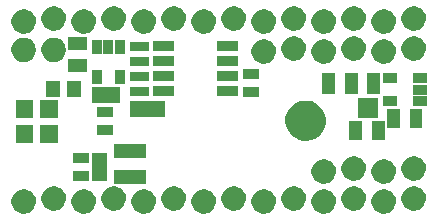
<source format=gbs>
G04 #@! TF.FileFunction,Soldermask,Bot*
%FSLAX46Y46*%
G04 Gerber Fmt 4.6, Leading zero omitted, Abs format (unit mm)*
G04 Created by KiCad (PCBNEW 0.201505121916+5652~23~ubuntu14.04.1-product) date Mon 25 May 2015 21:29:56 BST*
%MOMM*%
G01*
G04 APERTURE LIST*
%ADD10C,0.150000*%
G04 APERTURE END LIST*
D10*
G36*
X41450000Y-51450000D02*
X39950000Y-51450000D01*
X39950000Y-49950000D01*
X41450000Y-49950000D01*
X41450000Y-51450000D01*
X41450000Y-51450000D01*
G37*
G36*
X41450000Y-53550000D02*
X39950000Y-53550000D01*
X39950000Y-52050000D01*
X41450000Y-52050000D01*
X41450000Y-53550000D01*
X41450000Y-53550000D01*
G37*
G36*
X41669844Y-45598042D02*
X41666592Y-45830952D01*
X41666516Y-45831285D01*
X41666516Y-45831298D01*
X41621419Y-46029799D01*
X41538477Y-46216086D01*
X41420935Y-46382714D01*
X41273260Y-46523342D01*
X41101093Y-46632603D01*
X40910977Y-46706344D01*
X40710160Y-46741754D01*
X40506290Y-46737484D01*
X40307125Y-46693694D01*
X40120272Y-46612060D01*
X39952820Y-46495678D01*
X39811169Y-46348994D01*
X39700709Y-46177594D01*
X39625642Y-45987997D01*
X39588831Y-45787426D01*
X39591679Y-45583532D01*
X39634074Y-45384076D01*
X39714406Y-45196648D01*
X39829611Y-45028395D01*
X39975305Y-44885720D01*
X40145933Y-44774064D01*
X40335000Y-44697676D01*
X40535301Y-44659467D01*
X40739214Y-44660891D01*
X40938967Y-44701894D01*
X41126946Y-44780914D01*
X41296001Y-44894942D01*
X41439689Y-45039637D01*
X41552534Y-45209481D01*
X41630239Y-45398008D01*
X41669779Y-45597699D01*
X41669778Y-45597712D01*
X41669844Y-45598042D01*
X41669844Y-45598042D01*
G37*
G36*
X41679844Y-43205042D02*
X41676592Y-43437952D01*
X41676516Y-43438285D01*
X41676516Y-43438298D01*
X41631419Y-43636799D01*
X41548477Y-43823086D01*
X41430935Y-43989714D01*
X41283260Y-44130342D01*
X41111093Y-44239603D01*
X40920977Y-44313344D01*
X40720160Y-44348754D01*
X40516290Y-44344484D01*
X40317125Y-44300694D01*
X40130272Y-44219060D01*
X39962820Y-44102678D01*
X39821169Y-43955994D01*
X39710709Y-43784594D01*
X39635642Y-43594997D01*
X39598831Y-43394426D01*
X39601679Y-43190532D01*
X39644074Y-42991076D01*
X39724406Y-42803648D01*
X39839611Y-42635395D01*
X39985305Y-42492720D01*
X40155933Y-42381064D01*
X40345000Y-42304676D01*
X40545301Y-42266467D01*
X40749214Y-42267891D01*
X40948967Y-42308894D01*
X41136946Y-42387914D01*
X41306001Y-42501942D01*
X41449689Y-42646637D01*
X41562534Y-42816481D01*
X41640239Y-43005008D01*
X41679779Y-43204699D01*
X41679778Y-43204712D01*
X41679844Y-43205042D01*
X41679844Y-43205042D01*
G37*
G36*
X41679844Y-58445042D02*
X41676592Y-58677952D01*
X41676516Y-58678285D01*
X41676516Y-58678298D01*
X41631419Y-58876799D01*
X41548477Y-59063086D01*
X41430935Y-59229714D01*
X41283260Y-59370342D01*
X41111093Y-59479603D01*
X40920977Y-59553344D01*
X40720160Y-59588754D01*
X40516290Y-59584484D01*
X40317125Y-59540694D01*
X40130272Y-59459060D01*
X39962820Y-59342678D01*
X39821169Y-59195994D01*
X39710709Y-59024594D01*
X39635642Y-58834997D01*
X39598831Y-58634426D01*
X39601679Y-58430532D01*
X39644074Y-58231076D01*
X39724406Y-58043648D01*
X39839611Y-57875395D01*
X39985305Y-57732720D01*
X40155933Y-57621064D01*
X40345000Y-57544676D01*
X40545301Y-57506467D01*
X40749214Y-57507891D01*
X40948967Y-57548894D01*
X41136946Y-57627914D01*
X41306001Y-57741942D01*
X41449689Y-57886637D01*
X41562534Y-58056481D01*
X41640239Y-58245008D01*
X41679779Y-58444699D01*
X41679778Y-58444712D01*
X41679844Y-58445042D01*
X41679844Y-58445042D01*
G37*
G36*
X43550000Y-51450000D02*
X42050000Y-51450000D01*
X42050000Y-49950000D01*
X43550000Y-49950000D01*
X43550000Y-51450000D01*
X43550000Y-51450000D01*
G37*
G36*
X43550000Y-53550000D02*
X42050000Y-53550000D01*
X42050000Y-52050000D01*
X43550000Y-52050000D01*
X43550000Y-53550000D01*
X43550000Y-53550000D01*
G37*
G36*
X43701220Y-49671500D02*
X42500460Y-49671500D01*
X42500460Y-48328500D01*
X43701220Y-48328500D01*
X43701220Y-49671500D01*
X43701220Y-49671500D01*
G37*
G36*
X44209844Y-45598042D02*
X44206592Y-45830952D01*
X44206516Y-45831285D01*
X44206516Y-45831298D01*
X44161419Y-46029799D01*
X44078477Y-46216086D01*
X43960935Y-46382714D01*
X43813260Y-46523342D01*
X43641093Y-46632603D01*
X43450977Y-46706344D01*
X43250160Y-46741754D01*
X43046290Y-46737484D01*
X42847125Y-46693694D01*
X42660272Y-46612060D01*
X42492820Y-46495678D01*
X42351169Y-46348994D01*
X42240709Y-46177594D01*
X42165642Y-45987997D01*
X42128831Y-45787426D01*
X42131679Y-45583532D01*
X42174074Y-45384076D01*
X42254406Y-45196648D01*
X42369611Y-45028395D01*
X42515305Y-44885720D01*
X42685933Y-44774064D01*
X42875000Y-44697676D01*
X43075301Y-44659467D01*
X43279214Y-44660891D01*
X43478967Y-44701894D01*
X43666946Y-44780914D01*
X43836001Y-44894942D01*
X43979689Y-45039637D01*
X44092534Y-45209481D01*
X44170239Y-45398008D01*
X44209779Y-45597699D01*
X44209778Y-45597712D01*
X44209844Y-45598042D01*
X44209844Y-45598042D01*
G37*
G36*
X44219844Y-42951042D02*
X44216592Y-43183952D01*
X44216516Y-43184285D01*
X44216516Y-43184298D01*
X44171419Y-43382799D01*
X44088477Y-43569086D01*
X43970935Y-43735714D01*
X43823260Y-43876342D01*
X43651093Y-43985603D01*
X43460977Y-44059344D01*
X43260160Y-44094754D01*
X43056290Y-44090484D01*
X42857125Y-44046694D01*
X42670272Y-43965060D01*
X42502820Y-43848678D01*
X42361169Y-43701994D01*
X42250709Y-43530594D01*
X42175642Y-43340997D01*
X42138831Y-43140426D01*
X42141679Y-42936532D01*
X42184074Y-42737076D01*
X42264406Y-42549648D01*
X42379611Y-42381395D01*
X42525305Y-42238720D01*
X42695933Y-42127064D01*
X42885000Y-42050676D01*
X43085301Y-42012467D01*
X43289214Y-42013891D01*
X43488967Y-42054894D01*
X43676946Y-42133914D01*
X43846001Y-42247942D01*
X43989689Y-42392637D01*
X44102534Y-42562481D01*
X44180239Y-42751008D01*
X44219779Y-42950699D01*
X44219778Y-42950712D01*
X44219844Y-42951042D01*
X44219844Y-42951042D01*
G37*
G36*
X44219844Y-58191042D02*
X44216592Y-58423952D01*
X44216516Y-58424285D01*
X44216516Y-58424298D01*
X44171419Y-58622799D01*
X44088477Y-58809086D01*
X43970935Y-58975714D01*
X43823260Y-59116342D01*
X43651093Y-59225603D01*
X43460977Y-59299344D01*
X43260160Y-59334754D01*
X43056290Y-59330484D01*
X42857125Y-59286694D01*
X42670272Y-59205060D01*
X42502820Y-59088678D01*
X42361169Y-58941994D01*
X42250709Y-58770594D01*
X42175642Y-58580997D01*
X42138831Y-58380426D01*
X42141679Y-58176532D01*
X42184074Y-57977076D01*
X42264406Y-57789648D01*
X42379611Y-57621395D01*
X42525305Y-57478720D01*
X42695933Y-57367064D01*
X42885000Y-57290676D01*
X43085301Y-57252467D01*
X43289214Y-57253891D01*
X43488967Y-57294894D01*
X43676946Y-57373914D01*
X43846001Y-57487942D01*
X43989689Y-57632637D01*
X44102534Y-57802481D01*
X44180239Y-57991008D01*
X44219779Y-58190699D01*
X44219778Y-58190712D01*
X44219844Y-58191042D01*
X44219844Y-58191042D01*
G37*
G36*
X45499540Y-49671500D02*
X44298780Y-49671500D01*
X44298780Y-48328500D01*
X45499540Y-48328500D01*
X45499540Y-49671500D01*
X45499540Y-49671500D01*
G37*
G36*
X45998500Y-45692000D02*
X44401500Y-45692000D01*
X44401500Y-44603000D01*
X45998500Y-44603000D01*
X45998500Y-45692000D01*
X45998500Y-45692000D01*
G37*
G36*
X45998500Y-47597000D02*
X44401500Y-47597000D01*
X44401500Y-46508000D01*
X45998500Y-46508000D01*
X45998500Y-47597000D01*
X45998500Y-47597000D01*
G37*
G36*
X46171500Y-55305500D02*
X44828500Y-55305500D01*
X44828500Y-54470500D01*
X46171500Y-54470500D01*
X46171500Y-55305500D01*
X46171500Y-55305500D01*
G37*
G36*
X46171500Y-56829500D02*
X44828500Y-56829500D01*
X44828500Y-55994500D01*
X46171500Y-55994500D01*
X46171500Y-56829500D01*
X46171500Y-56829500D01*
G37*
G36*
X46759844Y-43205042D02*
X46756592Y-43437952D01*
X46756516Y-43438285D01*
X46756516Y-43438298D01*
X46711419Y-43636799D01*
X46628477Y-43823086D01*
X46510935Y-43989714D01*
X46363260Y-44130342D01*
X46191093Y-44239603D01*
X46000977Y-44313344D01*
X45800160Y-44348754D01*
X45596290Y-44344484D01*
X45397125Y-44300694D01*
X45210272Y-44219060D01*
X45042820Y-44102678D01*
X44901169Y-43955994D01*
X44790709Y-43784594D01*
X44715642Y-43594997D01*
X44678831Y-43394426D01*
X44681679Y-43190532D01*
X44724074Y-42991076D01*
X44804406Y-42803648D01*
X44919611Y-42635395D01*
X45065305Y-42492720D01*
X45235933Y-42381064D01*
X45425000Y-42304676D01*
X45625301Y-42266467D01*
X45829214Y-42267891D01*
X46028967Y-42308894D01*
X46216946Y-42387914D01*
X46386001Y-42501942D01*
X46529689Y-42646637D01*
X46642534Y-42816481D01*
X46720239Y-43005008D01*
X46759779Y-43204699D01*
X46759778Y-43204712D01*
X46759844Y-43205042D01*
X46759844Y-43205042D01*
G37*
G36*
X46759844Y-58445042D02*
X46756592Y-58677952D01*
X46756516Y-58678285D01*
X46756516Y-58678298D01*
X46711419Y-58876799D01*
X46628477Y-59063086D01*
X46510935Y-59229714D01*
X46363260Y-59370342D01*
X46191093Y-59479603D01*
X46000977Y-59553344D01*
X45800160Y-59588754D01*
X45596290Y-59584484D01*
X45397125Y-59540694D01*
X45210272Y-59459060D01*
X45042820Y-59342678D01*
X44901169Y-59195994D01*
X44790709Y-59024594D01*
X44715642Y-58834997D01*
X44678831Y-58634426D01*
X44681679Y-58430532D01*
X44724074Y-58231076D01*
X44804406Y-58043648D01*
X44919611Y-57875395D01*
X45065305Y-57732720D01*
X45235933Y-57621064D01*
X45425000Y-57544676D01*
X45625301Y-57506467D01*
X45829214Y-57507891D01*
X46028967Y-57548894D01*
X46216946Y-57627914D01*
X46386001Y-57741942D01*
X46529689Y-57886637D01*
X46642534Y-58056481D01*
X46720239Y-58245008D01*
X46759779Y-58444699D01*
X46759778Y-58444712D01*
X46759844Y-58445042D01*
X46759844Y-58445042D01*
G37*
G36*
X47272620Y-46030380D02*
X46422380Y-46030380D01*
X46422380Y-44829620D01*
X47272620Y-44829620D01*
X47272620Y-46030380D01*
X47272620Y-46030380D01*
G37*
G36*
X47272620Y-48570380D02*
X46422380Y-48570380D01*
X46422380Y-47369620D01*
X47272620Y-47369620D01*
X47272620Y-48570380D01*
X47272620Y-48570380D01*
G37*
G36*
X47721500Y-56829500D02*
X46378500Y-56829500D01*
X46378500Y-56199580D01*
X46378500Y-55994500D01*
X46378500Y-55305500D01*
X46378500Y-55100420D01*
X46378500Y-54470500D01*
X47721500Y-54470500D01*
X47721500Y-55100420D01*
X47721500Y-55305500D01*
X47721500Y-55994500D01*
X47721500Y-56199580D01*
X47721500Y-56829500D01*
X47721500Y-56829500D01*
G37*
G36*
X48171500Y-51355500D02*
X46828500Y-51355500D01*
X46828500Y-50520500D01*
X48171500Y-50520500D01*
X48171500Y-51355500D01*
X48171500Y-51355500D01*
G37*
G36*
X48171500Y-52879500D02*
X46828500Y-52879500D01*
X46828500Y-52044500D01*
X48171500Y-52044500D01*
X48171500Y-52879500D01*
X48171500Y-52879500D01*
G37*
G36*
X48225120Y-46030380D02*
X47374880Y-46030380D01*
X47374880Y-44829620D01*
X48225120Y-44829620D01*
X48225120Y-46030380D01*
X48225120Y-46030380D01*
G37*
G36*
X48779500Y-50171500D02*
X48149580Y-50171500D01*
X47944500Y-50171500D01*
X47255500Y-50171500D01*
X47050420Y-50171500D01*
X46420500Y-50171500D01*
X46420500Y-48828500D01*
X47050420Y-48828500D01*
X47255500Y-48828500D01*
X47944500Y-48828500D01*
X48149580Y-48828500D01*
X48779500Y-48828500D01*
X48779500Y-50171500D01*
X48779500Y-50171500D01*
G37*
G36*
X49177620Y-46030380D02*
X48327380Y-46030380D01*
X48327380Y-44829620D01*
X49177620Y-44829620D01*
X49177620Y-46030380D01*
X49177620Y-46030380D01*
G37*
G36*
X49177620Y-48570380D02*
X48327380Y-48570380D01*
X48327380Y-47369620D01*
X49177620Y-47369620D01*
X49177620Y-48570380D01*
X49177620Y-48570380D01*
G37*
G36*
X49299844Y-42951042D02*
X49296592Y-43183952D01*
X49296516Y-43184285D01*
X49296516Y-43184298D01*
X49251419Y-43382799D01*
X49168477Y-43569086D01*
X49050935Y-43735714D01*
X48903260Y-43876342D01*
X48731093Y-43985603D01*
X48540977Y-44059344D01*
X48340160Y-44094754D01*
X48136290Y-44090484D01*
X47937125Y-44046694D01*
X47750272Y-43965060D01*
X47582820Y-43848678D01*
X47441169Y-43701994D01*
X47330709Y-43530594D01*
X47255642Y-43340997D01*
X47218831Y-43140426D01*
X47221679Y-42936532D01*
X47264074Y-42737076D01*
X47344406Y-42549648D01*
X47459611Y-42381395D01*
X47605305Y-42238720D01*
X47775933Y-42127064D01*
X47965000Y-42050676D01*
X48165301Y-42012467D01*
X48369214Y-42013891D01*
X48568967Y-42054894D01*
X48756946Y-42133914D01*
X48926001Y-42247942D01*
X49069689Y-42392637D01*
X49182534Y-42562481D01*
X49260239Y-42751008D01*
X49299779Y-42950699D01*
X49299778Y-42950712D01*
X49299844Y-42951042D01*
X49299844Y-42951042D01*
G37*
G36*
X49299844Y-58191042D02*
X49296592Y-58423952D01*
X49296516Y-58424285D01*
X49296516Y-58424298D01*
X49251419Y-58622799D01*
X49168477Y-58809086D01*
X49050935Y-58975714D01*
X48903260Y-59116342D01*
X48731093Y-59225603D01*
X48540977Y-59299344D01*
X48340160Y-59334754D01*
X48136290Y-59330484D01*
X47937125Y-59286694D01*
X47750272Y-59205060D01*
X47582820Y-59088678D01*
X47441169Y-58941994D01*
X47330709Y-58770594D01*
X47255642Y-58580997D01*
X47218831Y-58380426D01*
X47221679Y-58176532D01*
X47264074Y-57977076D01*
X47344406Y-57789648D01*
X47459611Y-57621395D01*
X47605305Y-57478720D01*
X47775933Y-57367064D01*
X47965000Y-57290676D01*
X48165301Y-57252467D01*
X48369214Y-57253891D01*
X48568967Y-57294894D01*
X48756946Y-57373914D01*
X48926001Y-57487942D01*
X49069689Y-57632637D01*
X49182534Y-57802481D01*
X49260239Y-57991008D01*
X49299779Y-58190699D01*
X49299778Y-58190712D01*
X49299844Y-58191042D01*
X49299844Y-58191042D01*
G37*
G36*
X50974680Y-54899290D02*
X48275320Y-54899290D01*
X48275320Y-53701070D01*
X50974680Y-53701070D01*
X50974680Y-54899290D01*
X50974680Y-54899290D01*
G37*
G36*
X50974680Y-57098930D02*
X48275320Y-57098930D01*
X48275320Y-55900710D01*
X50974680Y-55900710D01*
X50974680Y-57098930D01*
X50974680Y-57098930D01*
G37*
G36*
X51280450Y-45787100D02*
X49599630Y-45787100D01*
X49599630Y-45002900D01*
X51280450Y-45002900D01*
X51280450Y-45787100D01*
X51280450Y-45787100D01*
G37*
G36*
X51280450Y-47057100D02*
X49599630Y-47057100D01*
X49599630Y-46272900D01*
X51280450Y-46272900D01*
X51280450Y-47057100D01*
X51280450Y-47057100D01*
G37*
G36*
X51280450Y-48327100D02*
X49599630Y-48327100D01*
X49599630Y-47542900D01*
X51280450Y-47542900D01*
X51280450Y-48327100D01*
X51280450Y-48327100D01*
G37*
G36*
X51280450Y-49597100D02*
X49599630Y-49597100D01*
X49599630Y-48812900D01*
X51280450Y-48812900D01*
X51280450Y-49597100D01*
X51280450Y-49597100D01*
G37*
G36*
X51839844Y-43205042D02*
X51836592Y-43437952D01*
X51836516Y-43438285D01*
X51836516Y-43438298D01*
X51791419Y-43636799D01*
X51708477Y-43823086D01*
X51590935Y-43989714D01*
X51443260Y-44130342D01*
X51271093Y-44239603D01*
X51080977Y-44313344D01*
X50880160Y-44348754D01*
X50676290Y-44344484D01*
X50477125Y-44300694D01*
X50290272Y-44219060D01*
X50122820Y-44102678D01*
X49981169Y-43955994D01*
X49870709Y-43784594D01*
X49795642Y-43594997D01*
X49758831Y-43394426D01*
X49761679Y-43190532D01*
X49804074Y-42991076D01*
X49884406Y-42803648D01*
X49999611Y-42635395D01*
X50145305Y-42492720D01*
X50315933Y-42381064D01*
X50505000Y-42304676D01*
X50705301Y-42266467D01*
X50909214Y-42267891D01*
X51108967Y-42308894D01*
X51296946Y-42387914D01*
X51466001Y-42501942D01*
X51609689Y-42646637D01*
X51722534Y-42816481D01*
X51800239Y-43005008D01*
X51839779Y-43204699D01*
X51839778Y-43204712D01*
X51839844Y-43205042D01*
X51839844Y-43205042D01*
G37*
G36*
X51839844Y-58445042D02*
X51836592Y-58677952D01*
X51836516Y-58678285D01*
X51836516Y-58678298D01*
X51791419Y-58876799D01*
X51708477Y-59063086D01*
X51590935Y-59229714D01*
X51443260Y-59370342D01*
X51271093Y-59479603D01*
X51080977Y-59553344D01*
X50880160Y-59588754D01*
X50676290Y-59584484D01*
X50477125Y-59540694D01*
X50290272Y-59459060D01*
X50122820Y-59342678D01*
X49981169Y-59195994D01*
X49870709Y-59024594D01*
X49795642Y-58834997D01*
X49758831Y-58634426D01*
X49761679Y-58430532D01*
X49804074Y-58231076D01*
X49884406Y-58043648D01*
X49999611Y-57875395D01*
X50145305Y-57732720D01*
X50315933Y-57621064D01*
X50505000Y-57544676D01*
X50705301Y-57506467D01*
X50909214Y-57507891D01*
X51108967Y-57548894D01*
X51296946Y-57627914D01*
X51466001Y-57741942D01*
X51609689Y-57886637D01*
X51722534Y-58056481D01*
X51800239Y-58245008D01*
X51839779Y-58444699D01*
X51839778Y-58444712D01*
X51839844Y-58445042D01*
X51839844Y-58445042D01*
G37*
G36*
X52599540Y-51371500D02*
X51700380Y-51371500D01*
X51398780Y-51371500D01*
X50801220Y-51371500D01*
X50499620Y-51371500D01*
X49600460Y-51371500D01*
X49600460Y-50028500D01*
X50499620Y-50028500D01*
X50801220Y-50028500D01*
X51398780Y-50028500D01*
X51700380Y-50028500D01*
X52599540Y-50028500D01*
X52599540Y-51371500D01*
X52599540Y-51371500D01*
G37*
G36*
X53400080Y-45799800D02*
X51599880Y-45799800D01*
X51599880Y-44990200D01*
X53400080Y-44990200D01*
X53400080Y-45799800D01*
X53400080Y-45799800D01*
G37*
G36*
X53400080Y-47069800D02*
X51599880Y-47069800D01*
X51599880Y-46260200D01*
X53400080Y-46260200D01*
X53400080Y-47069800D01*
X53400080Y-47069800D01*
G37*
G36*
X53400080Y-48339800D02*
X51599880Y-48339800D01*
X51599880Y-47530200D01*
X53400080Y-47530200D01*
X53400080Y-48339800D01*
X53400080Y-48339800D01*
G37*
G36*
X53400080Y-49609800D02*
X51599880Y-49609800D01*
X51599880Y-48800200D01*
X53400080Y-48800200D01*
X53400080Y-49609800D01*
X53400080Y-49609800D01*
G37*
G36*
X54379844Y-42951042D02*
X54376592Y-43183952D01*
X54376516Y-43184285D01*
X54376516Y-43184298D01*
X54331419Y-43382799D01*
X54248477Y-43569086D01*
X54130935Y-43735714D01*
X53983260Y-43876342D01*
X53811093Y-43985603D01*
X53620977Y-44059344D01*
X53420160Y-44094754D01*
X53216290Y-44090484D01*
X53017125Y-44046694D01*
X52830272Y-43965060D01*
X52662820Y-43848678D01*
X52521169Y-43701994D01*
X52410709Y-43530594D01*
X52335642Y-43340997D01*
X52298831Y-43140426D01*
X52301679Y-42936532D01*
X52344074Y-42737076D01*
X52424406Y-42549648D01*
X52539611Y-42381395D01*
X52685305Y-42238720D01*
X52855933Y-42127064D01*
X53045000Y-42050676D01*
X53245301Y-42012467D01*
X53449214Y-42013891D01*
X53648967Y-42054894D01*
X53836946Y-42133914D01*
X54006001Y-42247942D01*
X54149689Y-42392637D01*
X54262534Y-42562481D01*
X54340239Y-42751008D01*
X54379779Y-42950699D01*
X54379778Y-42950712D01*
X54379844Y-42951042D01*
X54379844Y-42951042D01*
G37*
G36*
X54379844Y-58191042D02*
X54376592Y-58423952D01*
X54376516Y-58424285D01*
X54376516Y-58424298D01*
X54331419Y-58622799D01*
X54248477Y-58809086D01*
X54130935Y-58975714D01*
X53983260Y-59116342D01*
X53811093Y-59225603D01*
X53620977Y-59299344D01*
X53420160Y-59334754D01*
X53216290Y-59330484D01*
X53017125Y-59286694D01*
X52830272Y-59205060D01*
X52662820Y-59088678D01*
X52521169Y-58941994D01*
X52410709Y-58770594D01*
X52335642Y-58580997D01*
X52298831Y-58380426D01*
X52301679Y-58176532D01*
X52344074Y-57977076D01*
X52424406Y-57789648D01*
X52539611Y-57621395D01*
X52685305Y-57478720D01*
X52855933Y-57367064D01*
X53045000Y-57290676D01*
X53245301Y-57252467D01*
X53449214Y-57253891D01*
X53648967Y-57294894D01*
X53836946Y-57373914D01*
X54006001Y-57487942D01*
X54149689Y-57632637D01*
X54262534Y-57802481D01*
X54340239Y-57991008D01*
X54379779Y-58190699D01*
X54379778Y-58190712D01*
X54379844Y-58191042D01*
X54379844Y-58191042D01*
G37*
G36*
X56919844Y-43205042D02*
X56916592Y-43437952D01*
X56916516Y-43438285D01*
X56916516Y-43438298D01*
X56871419Y-43636799D01*
X56788477Y-43823086D01*
X56670935Y-43989714D01*
X56523260Y-44130342D01*
X56351093Y-44239603D01*
X56160977Y-44313344D01*
X55960160Y-44348754D01*
X55756290Y-44344484D01*
X55557125Y-44300694D01*
X55370272Y-44219060D01*
X55202820Y-44102678D01*
X55061169Y-43955994D01*
X54950709Y-43784594D01*
X54875642Y-43594997D01*
X54838831Y-43394426D01*
X54841679Y-43190532D01*
X54884074Y-42991076D01*
X54964406Y-42803648D01*
X55079611Y-42635395D01*
X55225305Y-42492720D01*
X55395933Y-42381064D01*
X55585000Y-42304676D01*
X55785301Y-42266467D01*
X55989214Y-42267891D01*
X56188967Y-42308894D01*
X56376946Y-42387914D01*
X56546001Y-42501942D01*
X56689689Y-42646637D01*
X56802534Y-42816481D01*
X56880239Y-43005008D01*
X56919779Y-43204699D01*
X56919778Y-43204712D01*
X56919844Y-43205042D01*
X56919844Y-43205042D01*
G37*
G36*
X56919844Y-58445042D02*
X56916592Y-58677952D01*
X56916516Y-58678285D01*
X56916516Y-58678298D01*
X56871419Y-58876799D01*
X56788477Y-59063086D01*
X56670935Y-59229714D01*
X56523260Y-59370342D01*
X56351093Y-59479603D01*
X56160977Y-59553344D01*
X55960160Y-59588754D01*
X55756290Y-59584484D01*
X55557125Y-59540694D01*
X55370272Y-59459060D01*
X55202820Y-59342678D01*
X55061169Y-59195994D01*
X54950709Y-59024594D01*
X54875642Y-58834997D01*
X54838831Y-58634426D01*
X54841679Y-58430532D01*
X54884074Y-58231076D01*
X54964406Y-58043648D01*
X55079611Y-57875395D01*
X55225305Y-57732720D01*
X55395933Y-57621064D01*
X55585000Y-57544676D01*
X55785301Y-57506467D01*
X55989214Y-57507891D01*
X56188967Y-57548894D01*
X56376946Y-57627914D01*
X56546001Y-57741942D01*
X56689689Y-57886637D01*
X56802534Y-58056481D01*
X56880239Y-58245008D01*
X56919779Y-58444699D01*
X56919778Y-58444712D01*
X56919844Y-58445042D01*
X56919844Y-58445042D01*
G37*
G36*
X58800120Y-45799800D02*
X56999920Y-45799800D01*
X56999920Y-44990200D01*
X58800120Y-44990200D01*
X58800120Y-45799800D01*
X58800120Y-45799800D01*
G37*
G36*
X58800120Y-47069800D02*
X56999920Y-47069800D01*
X56999920Y-46260200D01*
X58800120Y-46260200D01*
X58800120Y-47069800D01*
X58800120Y-47069800D01*
G37*
G36*
X58800120Y-48339800D02*
X56999920Y-48339800D01*
X56999920Y-47530200D01*
X58800120Y-47530200D01*
X58800120Y-48339800D01*
X58800120Y-48339800D01*
G37*
G36*
X58800120Y-49609800D02*
X56999920Y-49609800D01*
X56999920Y-48800200D01*
X58800120Y-48800200D01*
X58800120Y-49609800D01*
X58800120Y-49609800D01*
G37*
G36*
X59459844Y-42951042D02*
X59456592Y-43183952D01*
X59456516Y-43184285D01*
X59456516Y-43184298D01*
X59411419Y-43382799D01*
X59328477Y-43569086D01*
X59210935Y-43735714D01*
X59063260Y-43876342D01*
X58891093Y-43985603D01*
X58700977Y-44059344D01*
X58500160Y-44094754D01*
X58296290Y-44090484D01*
X58097125Y-44046694D01*
X57910272Y-43965060D01*
X57742820Y-43848678D01*
X57601169Y-43701994D01*
X57490709Y-43530594D01*
X57415642Y-43340997D01*
X57378831Y-43140426D01*
X57381679Y-42936532D01*
X57424074Y-42737076D01*
X57504406Y-42549648D01*
X57619611Y-42381395D01*
X57765305Y-42238720D01*
X57935933Y-42127064D01*
X58125000Y-42050676D01*
X58325301Y-42012467D01*
X58529214Y-42013891D01*
X58728967Y-42054894D01*
X58916946Y-42133914D01*
X59086001Y-42247942D01*
X59229689Y-42392637D01*
X59342534Y-42562481D01*
X59420239Y-42751008D01*
X59459779Y-42950699D01*
X59459778Y-42950712D01*
X59459844Y-42951042D01*
X59459844Y-42951042D01*
G37*
G36*
X59459844Y-58191042D02*
X59456592Y-58423952D01*
X59456516Y-58424285D01*
X59456516Y-58424298D01*
X59411419Y-58622799D01*
X59328477Y-58809086D01*
X59210935Y-58975714D01*
X59063260Y-59116342D01*
X58891093Y-59225603D01*
X58700977Y-59299344D01*
X58500160Y-59334754D01*
X58296290Y-59330484D01*
X58097125Y-59286694D01*
X57910272Y-59205060D01*
X57742820Y-59088678D01*
X57601169Y-58941994D01*
X57490709Y-58770594D01*
X57415642Y-58580997D01*
X57378831Y-58380426D01*
X57381679Y-58176532D01*
X57424074Y-57977076D01*
X57504406Y-57789648D01*
X57619611Y-57621395D01*
X57765305Y-57478720D01*
X57935933Y-57367064D01*
X58125000Y-57290676D01*
X58325301Y-57252467D01*
X58529214Y-57253891D01*
X58728967Y-57294894D01*
X58916946Y-57373914D01*
X59086001Y-57487942D01*
X59229689Y-57632637D01*
X59342534Y-57802481D01*
X59420239Y-57991008D01*
X59459779Y-58190699D01*
X59459778Y-58190712D01*
X59459844Y-58191042D01*
X59459844Y-58191042D01*
G37*
G36*
X60571500Y-48155500D02*
X59228500Y-48155500D01*
X59228500Y-47320500D01*
X60571500Y-47320500D01*
X60571500Y-48155500D01*
X60571500Y-48155500D01*
G37*
G36*
X60571500Y-49679500D02*
X59228500Y-49679500D01*
X59228500Y-48844500D01*
X60571500Y-48844500D01*
X60571500Y-49679500D01*
X60571500Y-49679500D01*
G37*
G36*
X61999844Y-43205042D02*
X61996592Y-43437952D01*
X61996516Y-43438285D01*
X61996516Y-43438298D01*
X61951419Y-43636799D01*
X61868477Y-43823086D01*
X61750935Y-43989714D01*
X61603260Y-44130342D01*
X61431093Y-44239603D01*
X61240977Y-44313344D01*
X61040160Y-44348754D01*
X60836290Y-44344484D01*
X60637125Y-44300694D01*
X60450272Y-44219060D01*
X60282820Y-44102678D01*
X60141169Y-43955994D01*
X60030709Y-43784594D01*
X59955642Y-43594997D01*
X59918831Y-43394426D01*
X59921679Y-43190532D01*
X59964074Y-42991076D01*
X60044406Y-42803648D01*
X60159611Y-42635395D01*
X60305305Y-42492720D01*
X60475933Y-42381064D01*
X60665000Y-42304676D01*
X60865301Y-42266467D01*
X61069214Y-42267891D01*
X61268967Y-42308894D01*
X61456946Y-42387914D01*
X61626001Y-42501942D01*
X61769689Y-42646637D01*
X61882534Y-42816481D01*
X61960239Y-43005008D01*
X61999779Y-43204699D01*
X61999778Y-43204712D01*
X61999844Y-43205042D01*
X61999844Y-43205042D01*
G37*
G36*
X61999844Y-45745042D02*
X61996592Y-45977952D01*
X61996516Y-45978285D01*
X61996516Y-45978298D01*
X61951419Y-46176799D01*
X61868477Y-46363086D01*
X61750935Y-46529714D01*
X61603260Y-46670342D01*
X61431093Y-46779603D01*
X61240977Y-46853344D01*
X61040160Y-46888754D01*
X60836290Y-46884484D01*
X60637125Y-46840694D01*
X60450272Y-46759060D01*
X60282820Y-46642678D01*
X60141169Y-46495994D01*
X60030709Y-46324594D01*
X59955642Y-46134997D01*
X59918831Y-45934426D01*
X59921679Y-45730532D01*
X59964074Y-45531076D01*
X60044406Y-45343648D01*
X60159611Y-45175395D01*
X60305305Y-45032720D01*
X60475933Y-44921064D01*
X60665000Y-44844676D01*
X60865301Y-44806467D01*
X61069214Y-44807891D01*
X61268967Y-44848894D01*
X61456946Y-44927914D01*
X61626001Y-45041942D01*
X61769689Y-45186637D01*
X61882534Y-45356481D01*
X61960239Y-45545008D01*
X61999779Y-45744699D01*
X61999778Y-45744712D01*
X61999844Y-45745042D01*
X61999844Y-45745042D01*
G37*
G36*
X61999844Y-58445042D02*
X61996592Y-58677952D01*
X61996516Y-58678285D01*
X61996516Y-58678298D01*
X61951419Y-58876799D01*
X61868477Y-59063086D01*
X61750935Y-59229714D01*
X61603260Y-59370342D01*
X61431093Y-59479603D01*
X61240977Y-59553344D01*
X61040160Y-59588754D01*
X60836290Y-59584484D01*
X60637125Y-59540694D01*
X60450272Y-59459060D01*
X60282820Y-59342678D01*
X60141169Y-59195994D01*
X60030709Y-59024594D01*
X59955642Y-58834997D01*
X59918831Y-58634426D01*
X59921679Y-58430532D01*
X59964074Y-58231076D01*
X60044406Y-58043648D01*
X60159611Y-57875395D01*
X60305305Y-57732720D01*
X60475933Y-57621064D01*
X60665000Y-57544676D01*
X60865301Y-57506467D01*
X61069214Y-57507891D01*
X61268967Y-57548894D01*
X61456946Y-57627914D01*
X61626001Y-57741942D01*
X61769689Y-57886637D01*
X61882534Y-58056481D01*
X61960239Y-58245008D01*
X61999779Y-58444699D01*
X61999778Y-58444712D01*
X61999844Y-58445042D01*
X61999844Y-58445042D01*
G37*
G36*
X64539844Y-42951042D02*
X64536592Y-43183952D01*
X64536516Y-43184285D01*
X64536516Y-43184298D01*
X64491419Y-43382799D01*
X64408477Y-43569086D01*
X64290935Y-43735714D01*
X64143260Y-43876342D01*
X63971093Y-43985603D01*
X63780977Y-44059344D01*
X63580160Y-44094754D01*
X63376290Y-44090484D01*
X63177125Y-44046694D01*
X62990272Y-43965060D01*
X62822820Y-43848678D01*
X62681169Y-43701994D01*
X62570709Y-43530594D01*
X62495642Y-43340997D01*
X62458831Y-43140426D01*
X62461679Y-42936532D01*
X62504074Y-42737076D01*
X62584406Y-42549648D01*
X62699611Y-42381395D01*
X62845305Y-42238720D01*
X63015933Y-42127064D01*
X63205000Y-42050676D01*
X63405301Y-42012467D01*
X63609214Y-42013891D01*
X63808967Y-42054894D01*
X63996946Y-42133914D01*
X64166001Y-42247942D01*
X64309689Y-42392637D01*
X64422534Y-42562481D01*
X64500239Y-42751008D01*
X64539779Y-42950699D01*
X64539778Y-42950712D01*
X64539844Y-42951042D01*
X64539844Y-42951042D01*
G37*
G36*
X64539844Y-45491042D02*
X64536592Y-45723952D01*
X64536516Y-45724285D01*
X64536516Y-45724298D01*
X64491419Y-45922799D01*
X64408477Y-46109086D01*
X64290935Y-46275714D01*
X64143260Y-46416342D01*
X63971093Y-46525603D01*
X63780977Y-46599344D01*
X63580160Y-46634754D01*
X63376290Y-46630484D01*
X63177125Y-46586694D01*
X62990272Y-46505060D01*
X62822820Y-46388678D01*
X62681169Y-46241994D01*
X62570709Y-46070594D01*
X62495642Y-45880997D01*
X62458831Y-45680426D01*
X62461679Y-45476532D01*
X62504074Y-45277076D01*
X62584406Y-45089648D01*
X62699611Y-44921395D01*
X62845305Y-44778720D01*
X63015933Y-44667064D01*
X63205000Y-44590676D01*
X63405301Y-44552467D01*
X63609214Y-44553891D01*
X63808967Y-44594894D01*
X63996946Y-44673914D01*
X64166001Y-44787942D01*
X64309689Y-44932637D01*
X64422534Y-45102481D01*
X64500239Y-45291008D01*
X64539779Y-45490699D01*
X64539778Y-45490712D01*
X64539844Y-45491042D01*
X64539844Y-45491042D01*
G37*
G36*
X64539844Y-58191042D02*
X64536592Y-58423952D01*
X64536516Y-58424285D01*
X64536516Y-58424298D01*
X64491419Y-58622799D01*
X64408477Y-58809086D01*
X64290935Y-58975714D01*
X64143260Y-59116342D01*
X63971093Y-59225603D01*
X63780977Y-59299344D01*
X63580160Y-59334754D01*
X63376290Y-59330484D01*
X63177125Y-59286694D01*
X62990272Y-59205060D01*
X62822820Y-59088678D01*
X62681169Y-58941994D01*
X62570709Y-58770594D01*
X62495642Y-58580997D01*
X62458831Y-58380426D01*
X62461679Y-58176532D01*
X62504074Y-57977076D01*
X62584406Y-57789648D01*
X62699611Y-57621395D01*
X62845305Y-57478720D01*
X63015933Y-57367064D01*
X63205000Y-57290676D01*
X63405301Y-57252467D01*
X63609214Y-57253891D01*
X63808967Y-57294894D01*
X63996946Y-57373914D01*
X64166001Y-57487942D01*
X64309689Y-57632637D01*
X64422534Y-57802481D01*
X64500239Y-57991008D01*
X64539779Y-58190699D01*
X64539778Y-58190712D01*
X64539844Y-58191042D01*
X64539844Y-58191042D01*
G37*
G36*
X66204414Y-51532881D02*
X66199083Y-51914644D01*
X66199007Y-51914977D01*
X66199007Y-51914989D01*
X66125035Y-52240576D01*
X65989088Y-52545919D01*
X65796423Y-52819040D01*
X65554372Y-53049541D01*
X65272169Y-53228632D01*
X64960549Y-53349503D01*
X64631391Y-53407542D01*
X64297225Y-53400542D01*
X63970777Y-53328768D01*
X63664501Y-53194959D01*
X63390034Y-53004200D01*
X63157853Y-52763769D01*
X62976796Y-52482823D01*
X62853754Y-52172056D01*
X62793416Y-51843303D01*
X62798084Y-51509098D01*
X62867575Y-51182167D01*
X62999247Y-50874954D01*
X63188081Y-50599169D01*
X63426887Y-50365312D01*
X63706564Y-50182297D01*
X64016465Y-50057089D01*
X64344780Y-49994459D01*
X64679014Y-49996793D01*
X65006428Y-50064002D01*
X65314547Y-50193523D01*
X65591647Y-50380429D01*
X65827161Y-50617592D01*
X66012128Y-50895989D01*
X66139495Y-51205005D01*
X66204348Y-51532537D01*
X66204347Y-51532546D01*
X66204414Y-51532881D01*
X66204414Y-51532881D01*
G37*
G36*
X67011300Y-49458300D02*
X65922300Y-49458300D01*
X65922300Y-47658100D01*
X67011300Y-47658100D01*
X67011300Y-49458300D01*
X67011300Y-49458300D01*
G37*
G36*
X67079844Y-43205042D02*
X67076592Y-43437952D01*
X67076516Y-43438285D01*
X67076516Y-43438298D01*
X67031419Y-43636799D01*
X66948477Y-43823086D01*
X66830935Y-43989714D01*
X66683260Y-44130342D01*
X66511093Y-44239603D01*
X66320977Y-44313344D01*
X66120160Y-44348754D01*
X65916290Y-44344484D01*
X65717125Y-44300694D01*
X65530272Y-44219060D01*
X65362820Y-44102678D01*
X65221169Y-43955994D01*
X65110709Y-43784594D01*
X65035642Y-43594997D01*
X64998831Y-43394426D01*
X65001679Y-43190532D01*
X65044074Y-42991076D01*
X65124406Y-42803648D01*
X65239611Y-42635395D01*
X65385305Y-42492720D01*
X65555933Y-42381064D01*
X65745000Y-42304676D01*
X65945301Y-42266467D01*
X66149214Y-42267891D01*
X66348967Y-42308894D01*
X66536946Y-42387914D01*
X66706001Y-42501942D01*
X66849689Y-42646637D01*
X66962534Y-42816481D01*
X67040239Y-43005008D01*
X67079779Y-43204699D01*
X67079778Y-43204712D01*
X67079844Y-43205042D01*
X67079844Y-43205042D01*
G37*
G36*
X67079844Y-45745042D02*
X67076592Y-45977952D01*
X67076516Y-45978285D01*
X67076516Y-45978298D01*
X67031419Y-46176799D01*
X66948477Y-46363086D01*
X66830935Y-46529714D01*
X66683260Y-46670342D01*
X66511093Y-46779603D01*
X66320977Y-46853344D01*
X66120160Y-46888754D01*
X65916290Y-46884484D01*
X65717125Y-46840694D01*
X65530272Y-46759060D01*
X65362820Y-46642678D01*
X65221169Y-46495994D01*
X65110709Y-46324594D01*
X65035642Y-46134997D01*
X64998831Y-45934426D01*
X65001679Y-45730532D01*
X65044074Y-45531076D01*
X65124406Y-45343648D01*
X65239611Y-45175395D01*
X65385305Y-45032720D01*
X65555933Y-44921064D01*
X65745000Y-44844676D01*
X65945301Y-44806467D01*
X66149214Y-44807891D01*
X66348967Y-44848894D01*
X66536946Y-44927914D01*
X66706001Y-45041942D01*
X66849689Y-45186637D01*
X66962534Y-45356481D01*
X67040239Y-45545008D01*
X67079779Y-45744699D01*
X67079778Y-45744712D01*
X67079844Y-45745042D01*
X67079844Y-45745042D01*
G37*
G36*
X67079844Y-55905042D02*
X67076592Y-56137952D01*
X67076516Y-56138285D01*
X67076516Y-56138298D01*
X67031419Y-56336799D01*
X66948477Y-56523086D01*
X66830935Y-56689714D01*
X66683260Y-56830342D01*
X66511093Y-56939603D01*
X66320977Y-57013344D01*
X66120160Y-57048754D01*
X65916290Y-57044484D01*
X65717125Y-57000694D01*
X65530272Y-56919060D01*
X65362820Y-56802678D01*
X65221169Y-56655994D01*
X65110709Y-56484594D01*
X65035642Y-56294997D01*
X64998831Y-56094426D01*
X65001679Y-55890532D01*
X65044074Y-55691076D01*
X65124406Y-55503648D01*
X65239611Y-55335395D01*
X65385305Y-55192720D01*
X65555933Y-55081064D01*
X65745000Y-55004676D01*
X65945301Y-54966467D01*
X66149214Y-54967891D01*
X66348967Y-55008894D01*
X66536946Y-55087914D01*
X66706001Y-55201942D01*
X66849689Y-55346637D01*
X66962534Y-55516481D01*
X67040239Y-55705008D01*
X67079779Y-55904699D01*
X67079778Y-55904712D01*
X67079844Y-55905042D01*
X67079844Y-55905042D01*
G37*
G36*
X67079844Y-58445042D02*
X67076592Y-58677952D01*
X67076516Y-58678285D01*
X67076516Y-58678298D01*
X67031419Y-58876799D01*
X66948477Y-59063086D01*
X66830935Y-59229714D01*
X66683260Y-59370342D01*
X66511093Y-59479603D01*
X66320977Y-59553344D01*
X66120160Y-59588754D01*
X65916290Y-59584484D01*
X65717125Y-59540694D01*
X65530272Y-59459060D01*
X65362820Y-59342678D01*
X65221169Y-59195994D01*
X65110709Y-59024594D01*
X65035642Y-58834997D01*
X64998831Y-58634426D01*
X65001679Y-58430532D01*
X65044074Y-58231076D01*
X65124406Y-58043648D01*
X65239611Y-57875395D01*
X65385305Y-57732720D01*
X65555933Y-57621064D01*
X65745000Y-57544676D01*
X65945301Y-57506467D01*
X66149214Y-57507891D01*
X66348967Y-57548894D01*
X66536946Y-57627914D01*
X66706001Y-57741942D01*
X66849689Y-57886637D01*
X66962534Y-58056481D01*
X67040239Y-58245008D01*
X67079779Y-58444699D01*
X67079778Y-58444712D01*
X67079844Y-58445042D01*
X67079844Y-58445042D01*
G37*
G36*
X68916300Y-49458300D02*
X67827300Y-49458300D01*
X67827300Y-47658100D01*
X68916300Y-47658100D01*
X68916300Y-49458300D01*
X68916300Y-49458300D01*
G37*
G36*
X69292000Y-53298500D02*
X68203000Y-53298500D01*
X68203000Y-51701500D01*
X69292000Y-51701500D01*
X69292000Y-53298500D01*
X69292000Y-53298500D01*
G37*
G36*
X69619844Y-42951042D02*
X69616592Y-43183952D01*
X69616516Y-43184285D01*
X69616516Y-43184298D01*
X69571419Y-43382799D01*
X69488477Y-43569086D01*
X69370935Y-43735714D01*
X69223260Y-43876342D01*
X69051093Y-43985603D01*
X68860977Y-44059344D01*
X68660160Y-44094754D01*
X68456290Y-44090484D01*
X68257125Y-44046694D01*
X68070272Y-43965060D01*
X67902820Y-43848678D01*
X67761169Y-43701994D01*
X67650709Y-43530594D01*
X67575642Y-43340997D01*
X67538831Y-43140426D01*
X67541679Y-42936532D01*
X67584074Y-42737076D01*
X67664406Y-42549648D01*
X67779611Y-42381395D01*
X67925305Y-42238720D01*
X68095933Y-42127064D01*
X68285000Y-42050676D01*
X68485301Y-42012467D01*
X68689214Y-42013891D01*
X68888967Y-42054894D01*
X69076946Y-42133914D01*
X69246001Y-42247942D01*
X69389689Y-42392637D01*
X69502534Y-42562481D01*
X69580239Y-42751008D01*
X69619779Y-42950699D01*
X69619778Y-42950712D01*
X69619844Y-42951042D01*
X69619844Y-42951042D01*
G37*
G36*
X69619844Y-45491042D02*
X69616592Y-45723952D01*
X69616516Y-45724285D01*
X69616516Y-45724298D01*
X69571419Y-45922799D01*
X69488477Y-46109086D01*
X69370935Y-46275714D01*
X69223260Y-46416342D01*
X69051093Y-46525603D01*
X68860977Y-46599344D01*
X68660160Y-46634754D01*
X68456290Y-46630484D01*
X68257125Y-46586694D01*
X68070272Y-46505060D01*
X67902820Y-46388678D01*
X67761169Y-46241994D01*
X67650709Y-46070594D01*
X67575642Y-45880997D01*
X67538831Y-45680426D01*
X67541679Y-45476532D01*
X67584074Y-45277076D01*
X67664406Y-45089648D01*
X67779611Y-44921395D01*
X67925305Y-44778720D01*
X68095933Y-44667064D01*
X68285000Y-44590676D01*
X68485301Y-44552467D01*
X68689214Y-44553891D01*
X68888967Y-44594894D01*
X69076946Y-44673914D01*
X69246001Y-44787942D01*
X69389689Y-44932637D01*
X69502534Y-45102481D01*
X69580239Y-45291008D01*
X69619779Y-45490699D01*
X69619778Y-45490712D01*
X69619844Y-45491042D01*
X69619844Y-45491042D01*
G37*
G36*
X69619844Y-55651042D02*
X69616592Y-55883952D01*
X69616516Y-55884285D01*
X69616516Y-55884298D01*
X69571419Y-56082799D01*
X69488477Y-56269086D01*
X69370935Y-56435714D01*
X69223260Y-56576342D01*
X69051093Y-56685603D01*
X68860977Y-56759344D01*
X68660160Y-56794754D01*
X68456290Y-56790484D01*
X68257125Y-56746694D01*
X68070272Y-56665060D01*
X67902820Y-56548678D01*
X67761169Y-56401994D01*
X67650709Y-56230594D01*
X67575642Y-56040997D01*
X67538831Y-55840426D01*
X67541679Y-55636532D01*
X67584074Y-55437076D01*
X67664406Y-55249648D01*
X67779611Y-55081395D01*
X67925305Y-54938720D01*
X68095933Y-54827064D01*
X68285000Y-54750676D01*
X68485301Y-54712467D01*
X68689214Y-54713891D01*
X68888967Y-54754894D01*
X69076946Y-54833914D01*
X69246001Y-54947942D01*
X69389689Y-55092637D01*
X69502534Y-55262481D01*
X69580239Y-55451008D01*
X69619779Y-55650699D01*
X69619778Y-55650712D01*
X69619844Y-55651042D01*
X69619844Y-55651042D01*
G37*
G36*
X69619844Y-58191042D02*
X69616592Y-58423952D01*
X69616516Y-58424285D01*
X69616516Y-58424298D01*
X69571419Y-58622799D01*
X69488477Y-58809086D01*
X69370935Y-58975714D01*
X69223260Y-59116342D01*
X69051093Y-59225603D01*
X68860977Y-59299344D01*
X68660160Y-59334754D01*
X68456290Y-59330484D01*
X68257125Y-59286694D01*
X68070272Y-59205060D01*
X67902820Y-59088678D01*
X67761169Y-58941994D01*
X67650709Y-58770594D01*
X67575642Y-58580997D01*
X67538831Y-58380426D01*
X67541679Y-58176532D01*
X67584074Y-57977076D01*
X67664406Y-57789648D01*
X67779611Y-57621395D01*
X67925305Y-57478720D01*
X68095933Y-57367064D01*
X68285000Y-57290676D01*
X68485301Y-57252467D01*
X68689214Y-57253891D01*
X68888967Y-57294894D01*
X69076946Y-57373914D01*
X69246001Y-57487942D01*
X69389689Y-57632637D01*
X69502534Y-57802481D01*
X69580239Y-57991008D01*
X69619779Y-58190699D01*
X69619778Y-58190712D01*
X69619844Y-58191042D01*
X69619844Y-58191042D01*
G37*
G36*
X70657500Y-50975488D02*
X70653414Y-50981841D01*
X70650000Y-51000000D01*
X70650000Y-51450000D01*
X69350000Y-51450000D01*
X69150000Y-51450000D01*
X68950000Y-51450000D01*
X68950000Y-49750000D01*
X69150000Y-49750000D01*
X69350000Y-49750000D01*
X70650000Y-49750000D01*
X70650000Y-50200000D01*
X70653941Y-50219457D01*
X70657500Y-50224664D01*
X70657500Y-50250000D01*
X70657500Y-50950000D01*
X70657500Y-50975488D01*
X70657500Y-50975488D01*
G37*
G36*
X70821300Y-49458300D02*
X69732300Y-49458300D01*
X69732300Y-47658100D01*
X70821300Y-47658100D01*
X70821300Y-49458300D01*
X70821300Y-49458300D01*
G37*
G36*
X71197000Y-53298500D02*
X70108000Y-53298500D01*
X70108000Y-51701500D01*
X71197000Y-51701500D01*
X71197000Y-53298500D01*
X71197000Y-53298500D01*
G37*
G36*
X72159844Y-43205042D02*
X72156592Y-43437952D01*
X72156516Y-43438285D01*
X72156516Y-43438298D01*
X72111419Y-43636799D01*
X72028477Y-43823086D01*
X71910935Y-43989714D01*
X71763260Y-44130342D01*
X71591093Y-44239603D01*
X71400977Y-44313344D01*
X71200160Y-44348754D01*
X70996290Y-44344484D01*
X70797125Y-44300694D01*
X70610272Y-44219060D01*
X70442820Y-44102678D01*
X70301169Y-43955994D01*
X70190709Y-43784594D01*
X70115642Y-43594997D01*
X70078831Y-43394426D01*
X70081679Y-43190532D01*
X70124074Y-42991076D01*
X70204406Y-42803648D01*
X70319611Y-42635395D01*
X70465305Y-42492720D01*
X70635933Y-42381064D01*
X70825000Y-42304676D01*
X71025301Y-42266467D01*
X71229214Y-42267891D01*
X71428967Y-42308894D01*
X71616946Y-42387914D01*
X71786001Y-42501942D01*
X71929689Y-42646637D01*
X72042534Y-42816481D01*
X72120239Y-43005008D01*
X72159779Y-43204699D01*
X72159778Y-43204712D01*
X72159844Y-43205042D01*
X72159844Y-43205042D01*
G37*
G36*
X72159844Y-45745042D02*
X72156592Y-45977952D01*
X72156516Y-45978285D01*
X72156516Y-45978298D01*
X72111419Y-46176799D01*
X72028477Y-46363086D01*
X71910935Y-46529714D01*
X71763260Y-46670342D01*
X71591093Y-46779603D01*
X71400977Y-46853344D01*
X71200160Y-46888754D01*
X70996290Y-46884484D01*
X70797125Y-46840694D01*
X70610272Y-46759060D01*
X70442820Y-46642678D01*
X70301169Y-46495994D01*
X70190709Y-46324594D01*
X70115642Y-46134997D01*
X70078831Y-45934426D01*
X70081679Y-45730532D01*
X70124074Y-45531076D01*
X70204406Y-45343648D01*
X70319611Y-45175395D01*
X70465305Y-45032720D01*
X70635933Y-44921064D01*
X70825000Y-44844676D01*
X71025301Y-44806467D01*
X71229214Y-44807891D01*
X71428967Y-44848894D01*
X71616946Y-44927914D01*
X71786001Y-45041942D01*
X71929689Y-45186637D01*
X72042534Y-45356481D01*
X72120239Y-45545008D01*
X72159779Y-45744699D01*
X72159778Y-45744712D01*
X72159844Y-45745042D01*
X72159844Y-45745042D01*
G37*
G36*
X72159844Y-55905042D02*
X72156592Y-56137952D01*
X72156516Y-56138285D01*
X72156516Y-56138298D01*
X72111419Y-56336799D01*
X72028477Y-56523086D01*
X71910935Y-56689714D01*
X71763260Y-56830342D01*
X71591093Y-56939603D01*
X71400977Y-57013344D01*
X71200160Y-57048754D01*
X70996290Y-57044484D01*
X70797125Y-57000694D01*
X70610272Y-56919060D01*
X70442820Y-56802678D01*
X70301169Y-56655994D01*
X70190709Y-56484594D01*
X70115642Y-56294997D01*
X70078831Y-56094426D01*
X70081679Y-55890532D01*
X70124074Y-55691076D01*
X70204406Y-55503648D01*
X70319611Y-55335395D01*
X70465305Y-55192720D01*
X70635933Y-55081064D01*
X70825000Y-55004676D01*
X71025301Y-54966467D01*
X71229214Y-54967891D01*
X71428967Y-55008894D01*
X71616946Y-55087914D01*
X71786001Y-55201942D01*
X71929689Y-55346637D01*
X72042534Y-55516481D01*
X72120239Y-55705008D01*
X72159779Y-55904699D01*
X72159778Y-55904712D01*
X72159844Y-55905042D01*
X72159844Y-55905042D01*
G37*
G36*
X72159844Y-58445042D02*
X72156592Y-58677952D01*
X72156516Y-58678285D01*
X72156516Y-58678298D01*
X72111419Y-58876799D01*
X72028477Y-59063086D01*
X71910935Y-59229714D01*
X71763260Y-59370342D01*
X71591093Y-59479603D01*
X71400977Y-59553344D01*
X71200160Y-59588754D01*
X70996290Y-59584484D01*
X70797125Y-59540694D01*
X70610272Y-59459060D01*
X70442820Y-59342678D01*
X70301169Y-59195994D01*
X70190709Y-59024594D01*
X70115642Y-58834997D01*
X70078831Y-58634426D01*
X70081679Y-58430532D01*
X70124074Y-58231076D01*
X70204406Y-58043648D01*
X70319611Y-57875395D01*
X70465305Y-57732720D01*
X70635933Y-57621064D01*
X70825000Y-57544676D01*
X71025301Y-57506467D01*
X71229214Y-57507891D01*
X71428967Y-57548894D01*
X71616946Y-57627914D01*
X71786001Y-57741942D01*
X71929689Y-57886637D01*
X72042534Y-58056481D01*
X72120239Y-58245008D01*
X72159779Y-58444699D01*
X72159778Y-58444712D01*
X72159844Y-58445042D01*
X72159844Y-58445042D01*
G37*
G36*
X72274180Y-48538820D02*
X71073420Y-48538820D01*
X71073420Y-47688580D01*
X72274180Y-47688580D01*
X72274180Y-48538820D01*
X72274180Y-48538820D01*
G37*
G36*
X72274180Y-50443820D02*
X71073420Y-50443820D01*
X71073420Y-49593580D01*
X72274180Y-49593580D01*
X72274180Y-50443820D01*
X72274180Y-50443820D01*
G37*
G36*
X72492000Y-52298500D02*
X71403000Y-52298500D01*
X71403000Y-50701500D01*
X72492000Y-50701500D01*
X72492000Y-52298500D01*
X72492000Y-52298500D01*
G37*
G36*
X74397000Y-52298500D02*
X73308000Y-52298500D01*
X73308000Y-50701500D01*
X74397000Y-50701500D01*
X74397000Y-52298500D01*
X74397000Y-52298500D01*
G37*
G36*
X74699844Y-42951042D02*
X74696592Y-43183952D01*
X74696516Y-43184285D01*
X74696516Y-43184298D01*
X74651419Y-43382799D01*
X74568477Y-43569086D01*
X74450935Y-43735714D01*
X74303260Y-43876342D01*
X74131093Y-43985603D01*
X73940977Y-44059344D01*
X73740160Y-44094754D01*
X73536290Y-44090484D01*
X73337125Y-44046694D01*
X73150272Y-43965060D01*
X72982820Y-43848678D01*
X72841169Y-43701994D01*
X72730709Y-43530594D01*
X72655642Y-43340997D01*
X72618831Y-43140426D01*
X72621679Y-42936532D01*
X72664074Y-42737076D01*
X72744406Y-42549648D01*
X72859611Y-42381395D01*
X73005305Y-42238720D01*
X73175933Y-42127064D01*
X73365000Y-42050676D01*
X73565301Y-42012467D01*
X73769214Y-42013891D01*
X73968967Y-42054894D01*
X74156946Y-42133914D01*
X74326001Y-42247942D01*
X74469689Y-42392637D01*
X74582534Y-42562481D01*
X74660239Y-42751008D01*
X74699779Y-42950699D01*
X74699778Y-42950712D01*
X74699844Y-42951042D01*
X74699844Y-42951042D01*
G37*
G36*
X74699844Y-45491042D02*
X74696592Y-45723952D01*
X74696516Y-45724285D01*
X74696516Y-45724298D01*
X74651419Y-45922799D01*
X74568477Y-46109086D01*
X74450935Y-46275714D01*
X74303260Y-46416342D01*
X74131093Y-46525603D01*
X73940977Y-46599344D01*
X73740160Y-46634754D01*
X73536290Y-46630484D01*
X73337125Y-46586694D01*
X73150272Y-46505060D01*
X72982820Y-46388678D01*
X72841169Y-46241994D01*
X72730709Y-46070594D01*
X72655642Y-45880997D01*
X72618831Y-45680426D01*
X72621679Y-45476532D01*
X72664074Y-45277076D01*
X72744406Y-45089648D01*
X72859611Y-44921395D01*
X73005305Y-44778720D01*
X73175933Y-44667064D01*
X73365000Y-44590676D01*
X73565301Y-44552467D01*
X73769214Y-44553891D01*
X73968967Y-44594894D01*
X74156946Y-44673914D01*
X74326001Y-44787942D01*
X74469689Y-44932637D01*
X74582534Y-45102481D01*
X74660239Y-45291008D01*
X74699779Y-45490699D01*
X74699778Y-45490712D01*
X74699844Y-45491042D01*
X74699844Y-45491042D01*
G37*
G36*
X74699844Y-55651042D02*
X74696592Y-55883952D01*
X74696516Y-55884285D01*
X74696516Y-55884298D01*
X74651419Y-56082799D01*
X74568477Y-56269086D01*
X74450935Y-56435714D01*
X74303260Y-56576342D01*
X74131093Y-56685603D01*
X73940977Y-56759344D01*
X73740160Y-56794754D01*
X73536290Y-56790484D01*
X73337125Y-56746694D01*
X73150272Y-56665060D01*
X72982820Y-56548678D01*
X72841169Y-56401994D01*
X72730709Y-56230594D01*
X72655642Y-56040997D01*
X72618831Y-55840426D01*
X72621679Y-55636532D01*
X72664074Y-55437076D01*
X72744406Y-55249648D01*
X72859611Y-55081395D01*
X73005305Y-54938720D01*
X73175933Y-54827064D01*
X73365000Y-54750676D01*
X73565301Y-54712467D01*
X73769214Y-54713891D01*
X73968967Y-54754894D01*
X74156946Y-54833914D01*
X74326001Y-54947942D01*
X74469689Y-55092637D01*
X74582534Y-55262481D01*
X74660239Y-55451008D01*
X74699779Y-55650699D01*
X74699778Y-55650712D01*
X74699844Y-55651042D01*
X74699844Y-55651042D01*
G37*
G36*
X74699844Y-58191042D02*
X74696592Y-58423952D01*
X74696516Y-58424285D01*
X74696516Y-58424298D01*
X74651419Y-58622799D01*
X74568477Y-58809086D01*
X74450935Y-58975714D01*
X74303260Y-59116342D01*
X74131093Y-59225603D01*
X73940977Y-59299344D01*
X73740160Y-59334754D01*
X73536290Y-59330484D01*
X73337125Y-59286694D01*
X73150272Y-59205060D01*
X72982820Y-59088678D01*
X72841169Y-58941994D01*
X72730709Y-58770594D01*
X72655642Y-58580997D01*
X72618831Y-58380426D01*
X72621679Y-58176532D01*
X72664074Y-57977076D01*
X72744406Y-57789648D01*
X72859611Y-57621395D01*
X73005305Y-57478720D01*
X73175933Y-57367064D01*
X73365000Y-57290676D01*
X73565301Y-57252467D01*
X73769214Y-57253891D01*
X73968967Y-57294894D01*
X74156946Y-57373914D01*
X74326001Y-57487942D01*
X74469689Y-57632637D01*
X74582534Y-57802481D01*
X74660239Y-57991008D01*
X74699779Y-58190699D01*
X74699778Y-58190712D01*
X74699844Y-58191042D01*
X74699844Y-58191042D01*
G37*
G36*
X74814180Y-48538820D02*
X73613420Y-48538820D01*
X73613420Y-47688580D01*
X74814180Y-47688580D01*
X74814180Y-48538820D01*
X74814180Y-48538820D01*
G37*
G36*
X74814180Y-49491320D02*
X73613420Y-49491320D01*
X73613420Y-48641080D01*
X74814180Y-48641080D01*
X74814180Y-49491320D01*
X74814180Y-49491320D01*
G37*
G36*
X74814180Y-50443820D02*
X73613420Y-50443820D01*
X73613420Y-49593580D01*
X74814180Y-49593580D01*
X74814180Y-50443820D01*
X74814180Y-50443820D01*
G37*
M02*

</source>
